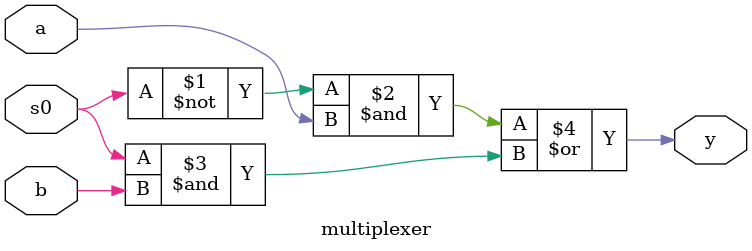
<source format=v>
`timescale 1ns / 1ps

module multiplexer(
input a,b,s0,
output y
    );
    assign y =(~s0&a)|(s0&b);
endmodule

</source>
